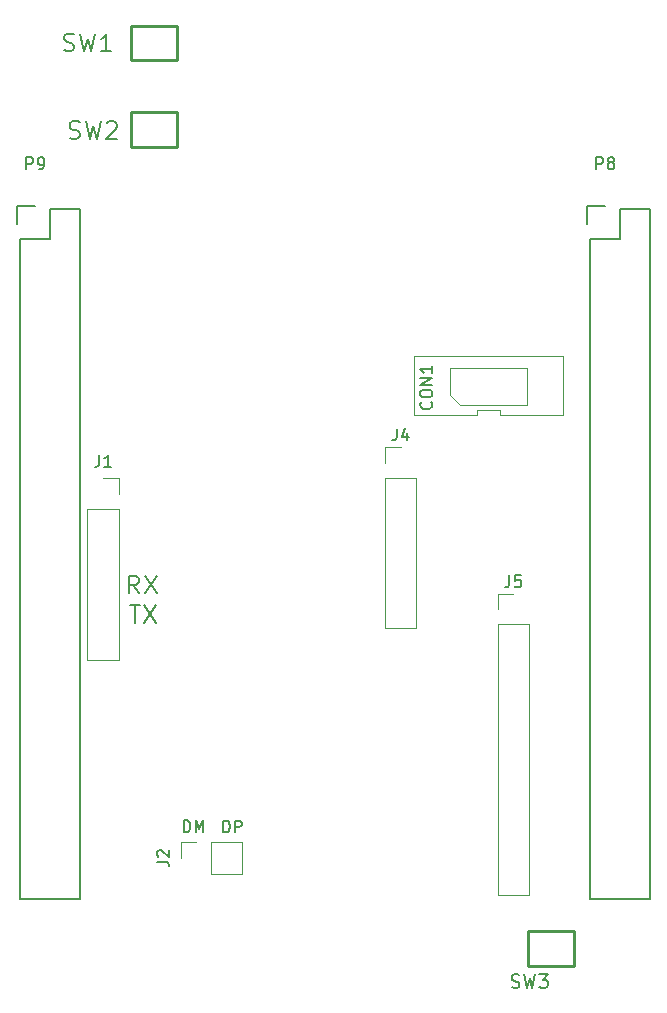
<source format=gbr>
%TF.GenerationSoftware,KiCad,Pcbnew,(5.1.9-0-10_14)*%
%TF.CreationDate,2021-02-17T21:02:51+08:00*%
%TF.ProjectId,bbb_multirouter,6262625f-6d75-46c7-9469-726f75746572,rev?*%
%TF.SameCoordinates,Original*%
%TF.FileFunction,Legend,Top*%
%TF.FilePolarity,Positive*%
%FSLAX46Y46*%
G04 Gerber Fmt 4.6, Leading zero omitted, Abs format (unit mm)*
G04 Created by KiCad (PCBNEW (5.1.9-0-10_14)) date 2021-02-17 21:02:51*
%MOMM*%
%LPD*%
G01*
G04 APERTURE LIST*
%ADD10C,0.150000*%
%ADD11C,0.120000*%
%ADD12C,0.254000*%
%ADD13C,0.152400*%
G04 APERTURE END LIST*
D10*
X125160100Y-93650971D02*
X124660100Y-92936685D01*
X124302957Y-93650971D02*
X124302957Y-92150971D01*
X124874385Y-92150971D01*
X125017242Y-92222400D01*
X125088671Y-92293828D01*
X125160100Y-92436685D01*
X125160100Y-92650971D01*
X125088671Y-92793828D01*
X125017242Y-92865257D01*
X124874385Y-92936685D01*
X124302957Y-92936685D01*
X125660100Y-92150971D02*
X126660100Y-93650971D01*
X126660100Y-92150971D02*
X125660100Y-93650971D01*
X132288195Y-113894780D02*
X132288195Y-112894780D01*
X132526290Y-112894780D01*
X132669147Y-112942400D01*
X132764385Y-113037638D01*
X132812004Y-113132876D01*
X132859623Y-113323352D01*
X132859623Y-113466209D01*
X132812004Y-113656685D01*
X132764385Y-113751923D01*
X132669147Y-113847161D01*
X132526290Y-113894780D01*
X132288195Y-113894780D01*
X133288195Y-113894780D02*
X133288195Y-112894780D01*
X133669147Y-112894780D01*
X133764385Y-112942400D01*
X133812004Y-112990019D01*
X133859623Y-113085257D01*
X133859623Y-113228114D01*
X133812004Y-113323352D01*
X133764385Y-113370971D01*
X133669147Y-113418590D01*
X133288195Y-113418590D01*
X128956766Y-113874780D02*
X128956766Y-112874780D01*
X129194861Y-112874780D01*
X129337719Y-112922400D01*
X129432957Y-113017638D01*
X129480576Y-113112876D01*
X129528195Y-113303352D01*
X129528195Y-113446209D01*
X129480576Y-113636685D01*
X129432957Y-113731923D01*
X129337719Y-113827161D01*
X129194861Y-113874780D01*
X128956766Y-113874780D01*
X129956766Y-113874780D02*
X129956766Y-112874780D01*
X130290100Y-113589066D01*
X130623433Y-112874780D01*
X130623433Y-113874780D01*
X124417242Y-94620971D02*
X125274385Y-94620971D01*
X124845814Y-96120971D02*
X124845814Y-94620971D01*
X125631528Y-94620971D02*
X126631528Y-96120971D01*
X126631528Y-94620971D02*
X125631528Y-96120971D01*
D11*
%TO.C,J5*%
X155540100Y-119192400D02*
X158200100Y-119192400D01*
X155540100Y-96272400D02*
X155540100Y-119192400D01*
X158200100Y-96272400D02*
X158200100Y-119192400D01*
X155540100Y-96272400D02*
X158200100Y-96272400D01*
X155540100Y-95002400D02*
X155540100Y-93672400D01*
X155540100Y-93672400D02*
X156870100Y-93672400D01*
%TO.C,J4*%
X145990100Y-96612400D02*
X148650100Y-96612400D01*
X145990100Y-83852400D02*
X145990100Y-96612400D01*
X148650100Y-83852400D02*
X148650100Y-96612400D01*
X145990100Y-83852400D02*
X148650100Y-83852400D01*
X145990100Y-82582400D02*
X145990100Y-81252400D01*
X145990100Y-81252400D02*
X147320100Y-81252400D01*
%TO.C,CON1*%
X152320100Y-77662400D02*
X151490100Y-76892400D01*
X152330100Y-77662400D02*
X157995100Y-77702400D01*
X157995100Y-75174870D02*
X157995100Y-74532400D01*
X157995100Y-77702400D02*
X157990100Y-75152400D01*
X152855100Y-74532400D02*
X157995100Y-74532400D01*
X152260100Y-74532400D02*
X152855100Y-74532400D01*
X151460100Y-74532400D02*
X152220100Y-74532400D01*
X151460100Y-76862400D02*
X151460100Y-74532400D01*
X148445100Y-78582400D02*
X148445100Y-73582400D01*
X148445100Y-73582400D02*
X161095100Y-73582400D01*
X161095100Y-73582400D02*
X161095100Y-78582400D01*
X161095100Y-78582400D02*
X155770100Y-78582400D01*
X155770100Y-78582400D02*
X155770100Y-78082400D01*
X155770100Y-78082400D02*
X153770100Y-78082400D01*
X153770100Y-78082400D02*
X153770100Y-78582400D01*
X153770100Y-78582400D02*
X148445100Y-78582400D01*
D12*
%TO.C,SW3*%
X162040058Y-125162486D02*
X158140142Y-125162486D01*
X158140142Y-125162486D02*
X158140142Y-122262568D01*
X158140142Y-122262568D02*
X162040058Y-122262568D01*
X162040058Y-122262568D02*
X162040058Y-125162486D01*
X160945826Y-122252408D02*
X159245804Y-122252408D01*
%TO.C,SW2*%
X124470142Y-52922314D02*
X128370058Y-52922314D01*
X128370058Y-52922314D02*
X128370058Y-55822232D01*
X128370058Y-55822232D02*
X124470142Y-55822232D01*
X124470142Y-55822232D02*
X124470142Y-52922314D01*
X125564374Y-55832392D02*
X127264396Y-55832392D01*
%TO.C,SW1*%
X124520142Y-45602314D02*
X128420058Y-45602314D01*
X128420058Y-45602314D02*
X128420058Y-48502232D01*
X128420058Y-48502232D02*
X124520142Y-48502232D01*
X124520142Y-48502232D02*
X124520142Y-45602314D01*
X125614374Y-48512392D02*
X127314396Y-48512392D01*
D11*
%TO.C,J2*%
X131300100Y-117369400D02*
X131300100Y-114709400D01*
X131300100Y-117369400D02*
X133900100Y-117369400D01*
X133900100Y-117369400D02*
X133900100Y-114709400D01*
X131300100Y-114709400D02*
X133900100Y-114709400D01*
X128700100Y-114709400D02*
X130030100Y-114709400D01*
X128700100Y-116039400D02*
X128700100Y-114709400D01*
%TO.C,J1*%
X120807100Y-86512400D02*
X123467100Y-86512400D01*
X120807100Y-86512400D02*
X120807100Y-99272400D01*
X120807100Y-99272400D02*
X123467100Y-99272400D01*
X123467100Y-86512400D02*
X123467100Y-99272400D01*
X123467100Y-83912400D02*
X123467100Y-85242400D01*
X122137100Y-83912400D02*
X123467100Y-83912400D01*
D10*
%TO.C,P8*%
X163080100Y-60832400D02*
X163080100Y-62382400D01*
X165900100Y-63652400D02*
X163360100Y-63652400D01*
X165900100Y-61112400D02*
X165900100Y-63652400D01*
X164630100Y-60832400D02*
X163080100Y-60832400D01*
X168440100Y-61112400D02*
X165900100Y-61112400D01*
X168440100Y-119532400D02*
X163360100Y-119532400D01*
X163360100Y-119532400D02*
X163360100Y-63652400D01*
X168440100Y-119532400D02*
X168440100Y-61112400D01*
%TO.C,P9*%
X114820100Y-60832400D02*
X114820100Y-62382400D01*
X117640100Y-63652400D02*
X115100100Y-63652400D01*
X117640100Y-61112400D02*
X117640100Y-63652400D01*
X116370100Y-60832400D02*
X114820100Y-60832400D01*
X120180100Y-61112400D02*
X117640100Y-61112400D01*
X120180100Y-119532400D02*
X115100100Y-119532400D01*
X115100100Y-119532400D02*
X115100100Y-63652400D01*
X120180100Y-119532400D02*
X120180100Y-61112400D01*
%TO.C,J5*%
X156536766Y-92124780D02*
X156536766Y-92839066D01*
X156489147Y-92981923D01*
X156393909Y-93077161D01*
X156251052Y-93124780D01*
X156155814Y-93124780D01*
X157489147Y-92124780D02*
X157012957Y-92124780D01*
X156965338Y-92600971D01*
X157012957Y-92553352D01*
X157108195Y-92505733D01*
X157346290Y-92505733D01*
X157441528Y-92553352D01*
X157489147Y-92600971D01*
X157536766Y-92696209D01*
X157536766Y-92934304D01*
X157489147Y-93029542D01*
X157441528Y-93077161D01*
X157346290Y-93124780D01*
X157108195Y-93124780D01*
X157012957Y-93077161D01*
X156965338Y-93029542D01*
%TO.C,J4*%
X146986766Y-79704780D02*
X146986766Y-80419066D01*
X146939147Y-80561923D01*
X146843909Y-80657161D01*
X146701052Y-80704780D01*
X146605814Y-80704780D01*
X147891528Y-80038114D02*
X147891528Y-80704780D01*
X147653433Y-79657161D02*
X147415338Y-80371447D01*
X148034385Y-80371447D01*
%TO.C,CON1*%
X149887242Y-77446685D02*
X149934861Y-77494304D01*
X149982480Y-77637161D01*
X149982480Y-77732400D01*
X149934861Y-77875257D01*
X149839623Y-77970495D01*
X149744385Y-78018114D01*
X149553909Y-78065733D01*
X149411052Y-78065733D01*
X149220576Y-78018114D01*
X149125338Y-77970495D01*
X149030100Y-77875257D01*
X148982480Y-77732400D01*
X148982480Y-77637161D01*
X149030100Y-77494304D01*
X149077719Y-77446685D01*
X148982480Y-76827638D02*
X148982480Y-76637161D01*
X149030100Y-76541923D01*
X149125338Y-76446685D01*
X149315814Y-76399066D01*
X149649147Y-76399066D01*
X149839623Y-76446685D01*
X149934861Y-76541923D01*
X149982480Y-76637161D01*
X149982480Y-76827638D01*
X149934861Y-76922876D01*
X149839623Y-77018114D01*
X149649147Y-77065733D01*
X149315814Y-77065733D01*
X149125338Y-77018114D01*
X149030100Y-76922876D01*
X148982480Y-76827638D01*
X149982480Y-75970495D02*
X148982480Y-75970495D01*
X149982480Y-75399066D01*
X148982480Y-75399066D01*
X149982480Y-74399066D02*
X149982480Y-74970495D01*
X149982480Y-74684780D02*
X148982480Y-74684780D01*
X149125338Y-74780019D01*
X149220576Y-74875257D01*
X149268195Y-74970495D01*
%TO.C,SW3*%
D13*
X156725325Y-127005364D02*
X156888611Y-127059793D01*
X157160754Y-127059793D01*
X157269611Y-127005364D01*
X157324040Y-126950936D01*
X157378468Y-126842079D01*
X157378468Y-126733222D01*
X157324040Y-126624364D01*
X157269611Y-126569936D01*
X157160754Y-126515507D01*
X156943040Y-126461079D01*
X156834182Y-126406650D01*
X156779754Y-126352222D01*
X156725325Y-126243364D01*
X156725325Y-126134507D01*
X156779754Y-126025650D01*
X156834182Y-125971222D01*
X156943040Y-125916793D01*
X157215182Y-125916793D01*
X157378468Y-125971222D01*
X157759468Y-125916793D02*
X158031611Y-127059793D01*
X158249325Y-126243364D01*
X158467040Y-127059793D01*
X158739182Y-125916793D01*
X159065754Y-125916793D02*
X159773325Y-125916793D01*
X159392325Y-126352222D01*
X159555611Y-126352222D01*
X159664468Y-126406650D01*
X159718897Y-126461079D01*
X159773325Y-126569936D01*
X159773325Y-126842079D01*
X159718897Y-126950936D01*
X159664468Y-127005364D01*
X159555611Y-127059793D01*
X159229040Y-127059793D01*
X159120182Y-127005364D01*
X159065754Y-126950936D01*
%TO.C,SW2*%
X119294874Y-55099542D02*
X119509160Y-55170971D01*
X119866302Y-55170971D01*
X120009160Y-55099542D01*
X120080588Y-55028114D01*
X120152017Y-54885257D01*
X120152017Y-54742400D01*
X120080588Y-54599542D01*
X120009160Y-54528114D01*
X119866302Y-54456685D01*
X119580588Y-54385257D01*
X119437731Y-54313828D01*
X119366302Y-54242400D01*
X119294874Y-54099542D01*
X119294874Y-53956685D01*
X119366302Y-53813828D01*
X119437731Y-53742400D01*
X119580588Y-53670971D01*
X119937731Y-53670971D01*
X120152017Y-53742400D01*
X120652017Y-53670971D02*
X121009160Y-55170971D01*
X121294874Y-54099542D01*
X121580588Y-55170971D01*
X121937731Y-53670971D01*
X122437731Y-53813828D02*
X122509160Y-53742400D01*
X122652017Y-53670971D01*
X123009160Y-53670971D01*
X123152017Y-53742400D01*
X123223445Y-53813828D01*
X123294874Y-53956685D01*
X123294874Y-54099542D01*
X123223445Y-54313828D01*
X122366302Y-55170971D01*
X123294874Y-55170971D01*
%TO.C,SW1*%
X118824874Y-47679542D02*
X119039160Y-47750971D01*
X119396302Y-47750971D01*
X119539160Y-47679542D01*
X119610588Y-47608114D01*
X119682017Y-47465257D01*
X119682017Y-47322400D01*
X119610588Y-47179542D01*
X119539160Y-47108114D01*
X119396302Y-47036685D01*
X119110588Y-46965257D01*
X118967731Y-46893828D01*
X118896302Y-46822400D01*
X118824874Y-46679542D01*
X118824874Y-46536685D01*
X118896302Y-46393828D01*
X118967731Y-46322400D01*
X119110588Y-46250971D01*
X119467731Y-46250971D01*
X119682017Y-46322400D01*
X120182017Y-46250971D02*
X120539160Y-47750971D01*
X120824874Y-46679542D01*
X121110588Y-47750971D01*
X121467731Y-46250971D01*
X122824874Y-47750971D02*
X121967731Y-47750971D01*
X122396302Y-47750971D02*
X122396302Y-46250971D01*
X122253445Y-46465257D01*
X122110588Y-46608114D01*
X121967731Y-46679542D01*
%TO.C,J2*%
D10*
X126712480Y-116372733D02*
X127426766Y-116372733D01*
X127569623Y-116420352D01*
X127664861Y-116515590D01*
X127712480Y-116658447D01*
X127712480Y-116753685D01*
X126807719Y-115944161D02*
X126760100Y-115896542D01*
X126712480Y-115801304D01*
X126712480Y-115563209D01*
X126760100Y-115467971D01*
X126807719Y-115420352D01*
X126902957Y-115372733D01*
X126998195Y-115372733D01*
X127141052Y-115420352D01*
X127712480Y-115991780D01*
X127712480Y-115372733D01*
%TO.C,J1*%
X121803766Y-81924780D02*
X121803766Y-82639066D01*
X121756147Y-82781923D01*
X121660909Y-82877161D01*
X121518052Y-82924780D01*
X121422814Y-82924780D01*
X122803766Y-82924780D02*
X122232338Y-82924780D01*
X122518052Y-82924780D02*
X122518052Y-81924780D01*
X122422814Y-82067638D01*
X122327576Y-82162876D01*
X122232338Y-82210495D01*
%TO.C,P8*%
X163892004Y-57734780D02*
X163892004Y-56734780D01*
X164272957Y-56734780D01*
X164368195Y-56782400D01*
X164415814Y-56830019D01*
X164463433Y-56925257D01*
X164463433Y-57068114D01*
X164415814Y-57163352D01*
X164368195Y-57210971D01*
X164272957Y-57258590D01*
X163892004Y-57258590D01*
X165034861Y-57163352D02*
X164939623Y-57115733D01*
X164892004Y-57068114D01*
X164844385Y-56972876D01*
X164844385Y-56925257D01*
X164892004Y-56830019D01*
X164939623Y-56782400D01*
X165034861Y-56734780D01*
X165225338Y-56734780D01*
X165320576Y-56782400D01*
X165368195Y-56830019D01*
X165415814Y-56925257D01*
X165415814Y-56972876D01*
X165368195Y-57068114D01*
X165320576Y-57115733D01*
X165225338Y-57163352D01*
X165034861Y-57163352D01*
X164939623Y-57210971D01*
X164892004Y-57258590D01*
X164844385Y-57353828D01*
X164844385Y-57544304D01*
X164892004Y-57639542D01*
X164939623Y-57687161D01*
X165034861Y-57734780D01*
X165225338Y-57734780D01*
X165320576Y-57687161D01*
X165368195Y-57639542D01*
X165415814Y-57544304D01*
X165415814Y-57353828D01*
X165368195Y-57258590D01*
X165320576Y-57210971D01*
X165225338Y-57163352D01*
%TO.C,P9*%
X115632004Y-57734780D02*
X115632004Y-56734780D01*
X116012957Y-56734780D01*
X116108195Y-56782400D01*
X116155814Y-56830019D01*
X116203433Y-56925257D01*
X116203433Y-57068114D01*
X116155814Y-57163352D01*
X116108195Y-57210971D01*
X116012957Y-57258590D01*
X115632004Y-57258590D01*
X116679623Y-57734780D02*
X116870100Y-57734780D01*
X116965338Y-57687161D01*
X117012957Y-57639542D01*
X117108195Y-57496685D01*
X117155814Y-57306209D01*
X117155814Y-56925257D01*
X117108195Y-56830019D01*
X117060576Y-56782400D01*
X116965338Y-56734780D01*
X116774861Y-56734780D01*
X116679623Y-56782400D01*
X116632004Y-56830019D01*
X116584385Y-56925257D01*
X116584385Y-57163352D01*
X116632004Y-57258590D01*
X116679623Y-57306209D01*
X116774861Y-57353828D01*
X116965338Y-57353828D01*
X117060576Y-57306209D01*
X117108195Y-57258590D01*
X117155814Y-57163352D01*
%TD*%
M02*

</source>
